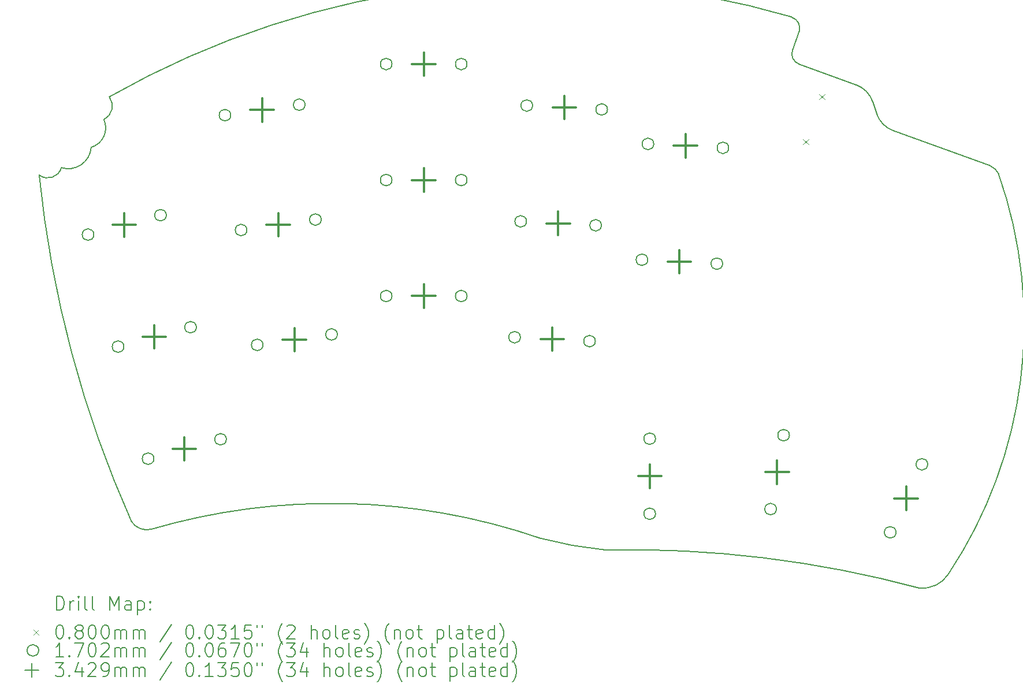
<source format=gbr>
%TF.GenerationSoftware,KiCad,Pcbnew,7.0.10*%
%TF.CreationDate,2024-03-18T13:53:39+01:00*%
%TF.ProjectId,chew_v1,63686577-5f76-4312-9e6b-696361645f70,rev?*%
%TF.SameCoordinates,Original*%
%TF.FileFunction,Drillmap*%
%TF.FilePolarity,Positive*%
%FSLAX45Y45*%
G04 Gerber Fmt 4.5, Leading zero omitted, Abs format (unit mm)*
G04 Created by KiCad (PCBNEW 7.0.10) date 2024-03-18 13:53:39*
%MOMM*%
%LPD*%
G01*
G04 APERTURE LIST*
%ADD10C,0.150000*%
%ADD11C,0.200000*%
%ADD12C,0.100000*%
%ADD13C,0.170180*%
%ADD14C,0.342900*%
G04 APERTURE END LIST*
D10*
X15504899Y-5923027D02*
G75*
G03*
X15397723Y-5726483I-154899J43027D01*
G01*
X5312275Y-7224654D02*
G75*
G03*
X5391575Y-6890467I-101551J200599D01*
G01*
X15504899Y-5923027D02*
X15404419Y-6209034D01*
X16581185Y-6963555D02*
X16638827Y-7136482D01*
X15404423Y-6209036D02*
G75*
G03*
X15500000Y-6410000I152307J-50774D01*
G01*
X4689725Y-7928054D02*
G75*
G03*
X5126176Y-7630017I100551J321343D01*
G01*
X17692528Y-13880975D02*
G75*
G03*
X18424349Y-8016206I-5506868J3665205D01*
G01*
X11706613Y-13359052D02*
G75*
G03*
X6004060Y-13228168I-3057297J-8910715D01*
G01*
X17263988Y-14090045D02*
G75*
G03*
X17692528Y-13880974I46902J447595D01*
G01*
X16881840Y-7385994D02*
X18307144Y-7903273D01*
X15500000Y-6410000D02*
X16338113Y-6714021D01*
X4364238Y-8036680D02*
G75*
G03*
X5717199Y-13115305I16449203J1662587D01*
G01*
X17263988Y-14090045D02*
G75*
G03*
X12656596Y-13530443I-4263988J-15859955D01*
G01*
X5717199Y-13115305D02*
G75*
G03*
X6004060Y-13228167I222801J145305D01*
G01*
X11706613Y-13359052D02*
G75*
G03*
X12656596Y-13530443I1493387J5559062D01*
G01*
X15399377Y-5720824D02*
G75*
G03*
X5391575Y-6890467I-3623836J-12393055D01*
G01*
X4364238Y-8036680D02*
G75*
G03*
X4689725Y-7928055I126015J164366D01*
G01*
X5126176Y-7630017D02*
G75*
G03*
X5313209Y-7226499I-83294J283712D01*
G01*
X16638826Y-7136482D02*
G75*
G03*
X16881840Y-7385994I379474J126493D01*
G01*
X16581186Y-6963555D02*
G75*
G03*
X16338113Y-6714021I-379476J-126495D01*
G01*
X18424349Y-8016206D02*
G75*
G03*
X18307144Y-7903273I-204349J-94794D01*
G01*
D11*
D12*
X15559965Y-7508136D02*
X15639965Y-7588136D01*
X15639965Y-7508136D02*
X15559965Y-7588136D01*
X15799379Y-6850351D02*
X15879379Y-6930351D01*
X15879379Y-6850351D02*
X15799379Y-6930351D01*
D13*
X5165135Y-8909380D02*
G75*
G03*
X4994955Y-8909380I-85090J0D01*
G01*
X4994955Y-8909380D02*
G75*
G03*
X5165135Y-8909380I85090J0D01*
G01*
X5605128Y-10551454D02*
G75*
G03*
X5434948Y-10551454I-85090J0D01*
G01*
X5434948Y-10551454D02*
G75*
G03*
X5605128Y-10551454I85090J0D01*
G01*
X6045120Y-12193528D02*
G75*
G03*
X5874940Y-12193528I-85090J0D01*
G01*
X5874940Y-12193528D02*
G75*
G03*
X6045120Y-12193528I85090J0D01*
G01*
X6227654Y-8624679D02*
G75*
G03*
X6057474Y-8624679I-85090J0D01*
G01*
X6057474Y-8624679D02*
G75*
G03*
X6227654Y-8624679I85090J0D01*
G01*
X6667646Y-10266753D02*
G75*
G03*
X6497466Y-10266753I-85090J0D01*
G01*
X6497466Y-10266753D02*
G75*
G03*
X6667646Y-10266753I85090J0D01*
G01*
X7107638Y-11908827D02*
G75*
G03*
X6937458Y-11908827I-85090J0D01*
G01*
X6937458Y-11908827D02*
G75*
G03*
X7107638Y-11908827I85090J0D01*
G01*
X7171736Y-7158831D02*
G75*
G03*
X7001556Y-7158831I-85090J0D01*
G01*
X7001556Y-7158831D02*
G75*
G03*
X7171736Y-7158831I85090J0D01*
G01*
X7408331Y-8842287D02*
G75*
G03*
X7238151Y-8842287I-85090J0D01*
G01*
X7238151Y-8842287D02*
G75*
G03*
X7408331Y-8842287I85090J0D01*
G01*
X7644925Y-10525743D02*
G75*
G03*
X7474745Y-10525743I-85090J0D01*
G01*
X7474745Y-10525743D02*
G75*
G03*
X7644925Y-10525743I85090J0D01*
G01*
X8261031Y-7005741D02*
G75*
G03*
X8090851Y-7005741I-85090J0D01*
G01*
X8090851Y-7005741D02*
G75*
G03*
X8261031Y-7005741I85090J0D01*
G01*
X8497625Y-8689197D02*
G75*
G03*
X8327445Y-8689197I-85090J0D01*
G01*
X8327445Y-8689197D02*
G75*
G03*
X8497625Y-8689197I85090J0D01*
G01*
X8734220Y-10372652D02*
G75*
G03*
X8564040Y-10372652I-85090J0D01*
G01*
X8564040Y-10372652D02*
G75*
G03*
X8734220Y-10372652I85090J0D01*
G01*
X9535090Y-6410000D02*
G75*
G03*
X9364910Y-6410000I-85090J0D01*
G01*
X9364910Y-6410000D02*
G75*
G03*
X9535090Y-6410000I85090J0D01*
G01*
X9535090Y-8110000D02*
G75*
G03*
X9364910Y-8110000I-85090J0D01*
G01*
X9364910Y-8110000D02*
G75*
G03*
X9535090Y-8110000I85090J0D01*
G01*
X9535090Y-9810000D02*
G75*
G03*
X9364910Y-9810000I-85090J0D01*
G01*
X9364910Y-9810000D02*
G75*
G03*
X9535090Y-9810000I85090J0D01*
G01*
X10635090Y-6410000D02*
G75*
G03*
X10464910Y-6410000I-85090J0D01*
G01*
X10464910Y-6410000D02*
G75*
G03*
X10635090Y-6410000I85090J0D01*
G01*
X10635090Y-8110000D02*
G75*
G03*
X10464910Y-8110000I-85090J0D01*
G01*
X10464910Y-8110000D02*
G75*
G03*
X10635090Y-8110000I85090J0D01*
G01*
X10635090Y-9810000D02*
G75*
G03*
X10464910Y-9810000I-85090J0D01*
G01*
X10464910Y-9810000D02*
G75*
G03*
X10635090Y-9810000I85090J0D01*
G01*
X11417446Y-10413238D02*
G75*
G03*
X11247266Y-10413238I-85090J0D01*
G01*
X11247266Y-10413238D02*
G75*
G03*
X11417446Y-10413238I85090J0D01*
G01*
X11506417Y-8715568D02*
G75*
G03*
X11336237Y-8715568I-85090J0D01*
G01*
X11336237Y-8715568D02*
G75*
G03*
X11506417Y-8715568I85090J0D01*
G01*
X11595388Y-7017898D02*
G75*
G03*
X11425208Y-7017898I-85090J0D01*
G01*
X11425208Y-7017898D02*
G75*
G03*
X11595388Y-7017898I85090J0D01*
G01*
X12515938Y-10470808D02*
G75*
G03*
X12345758Y-10470808I-85090J0D01*
G01*
X12345758Y-10470808D02*
G75*
G03*
X12515938Y-10470808I85090J0D01*
G01*
X12604909Y-8773138D02*
G75*
G03*
X12434729Y-8773138I-85090J0D01*
G01*
X12434729Y-8773138D02*
G75*
G03*
X12604909Y-8773138I85090J0D01*
G01*
X12693880Y-7075467D02*
G75*
G03*
X12523700Y-7075467I-85090J0D01*
G01*
X12523700Y-7075467D02*
G75*
G03*
X12693880Y-7075467I85090J0D01*
G01*
X13283062Y-9277915D02*
G75*
G03*
X13112882Y-9277915I-85090J0D01*
G01*
X13112882Y-9277915D02*
G75*
G03*
X13283062Y-9277915I85090J0D01*
G01*
X13372033Y-7580244D02*
G75*
G03*
X13201853Y-7580244I-85090J0D01*
G01*
X13201853Y-7580244D02*
G75*
G03*
X13372033Y-7580244I85090J0D01*
G01*
X13397721Y-11901091D02*
G75*
G03*
X13227541Y-11901091I-85090J0D01*
G01*
X13227541Y-11901091D02*
G75*
G03*
X13397721Y-11901091I85090J0D01*
G01*
X13397721Y-13001091D02*
G75*
G03*
X13227541Y-13001091I-85090J0D01*
G01*
X13227541Y-13001091D02*
G75*
G03*
X13397721Y-13001091I85090J0D01*
G01*
X14381554Y-9335484D02*
G75*
G03*
X14211374Y-9335484I-85090J0D01*
G01*
X14211374Y-9335484D02*
G75*
G03*
X14381554Y-9335484I85090J0D01*
G01*
X14470525Y-7637814D02*
G75*
G03*
X14300345Y-7637814I-85090J0D01*
G01*
X14300345Y-7637814D02*
G75*
G03*
X14470525Y-7637814I85090J0D01*
G01*
X15169305Y-12932633D02*
G75*
G03*
X14999125Y-12932633I-85090J0D01*
G01*
X14999125Y-12932633D02*
G75*
G03*
X15169305Y-12932633I85090J0D01*
G01*
X15360318Y-11849345D02*
G75*
G03*
X15190138Y-11849345I-85090J0D01*
G01*
X15190138Y-11849345D02*
G75*
G03*
X15360318Y-11849345I85090J0D01*
G01*
X16922372Y-13272814D02*
G75*
G03*
X16752192Y-13272814I-85090J0D01*
G01*
X16752192Y-13272814D02*
G75*
G03*
X16922372Y-13272814I85090J0D01*
G01*
X17387252Y-12275875D02*
G75*
G03*
X17217072Y-12275875I-85090J0D01*
G01*
X17217072Y-12275875D02*
G75*
G03*
X17387252Y-12275875I85090J0D01*
G01*
D14*
X5611304Y-8595580D02*
X5611304Y-8938480D01*
X5439854Y-8767030D02*
X5782754Y-8767030D01*
X5611304Y-8595580D02*
X5611304Y-8938480D01*
X5439854Y-8767030D02*
X5782754Y-8767030D01*
X6051297Y-10237654D02*
X6051297Y-10580554D01*
X5879847Y-10409104D02*
X6222747Y-10409104D01*
X6051297Y-10237654D02*
X6051297Y-10580554D01*
X5879847Y-10409104D02*
X6222747Y-10409104D01*
X6491289Y-11879728D02*
X6491289Y-12222628D01*
X6319839Y-12051178D02*
X6662739Y-12051178D01*
X6491289Y-11879728D02*
X6491289Y-12222628D01*
X6319839Y-12051178D02*
X6662739Y-12051178D01*
X7631294Y-6910836D02*
X7631294Y-7253736D01*
X7459844Y-7082286D02*
X7802744Y-7082286D01*
X7631294Y-6910836D02*
X7631294Y-7253736D01*
X7459844Y-7082286D02*
X7802744Y-7082286D01*
X7867888Y-8594292D02*
X7867888Y-8937192D01*
X7696438Y-8765742D02*
X8039338Y-8765742D01*
X7867888Y-8594292D02*
X7867888Y-8937192D01*
X7696438Y-8765742D02*
X8039338Y-8765742D01*
X8104482Y-10277748D02*
X8104482Y-10620648D01*
X7933032Y-10449198D02*
X8275932Y-10449198D01*
X8104482Y-10277748D02*
X8104482Y-10620648D01*
X7933032Y-10449198D02*
X8275932Y-10449198D01*
X10000000Y-6238550D02*
X10000000Y-6581450D01*
X9828550Y-6410000D02*
X10171450Y-6410000D01*
X10000000Y-6238550D02*
X10000000Y-6581450D01*
X9828550Y-6410000D02*
X10171450Y-6410000D01*
X10000000Y-7938550D02*
X10000000Y-8281450D01*
X9828550Y-8110000D02*
X10171450Y-8110000D01*
X10000000Y-7938550D02*
X10000000Y-8281450D01*
X9828550Y-8110000D02*
X10171450Y-8110000D01*
X10000000Y-9638550D02*
X10000000Y-9981450D01*
X9828550Y-9810000D02*
X10171450Y-9810000D01*
X10000000Y-9638550D02*
X10000000Y-9981450D01*
X9828550Y-9810000D02*
X10171450Y-9810000D01*
X11881602Y-10270573D02*
X11881602Y-10613473D01*
X11710152Y-10442023D02*
X12053052Y-10442023D01*
X11881602Y-10270573D02*
X11881602Y-10613473D01*
X11710152Y-10442023D02*
X12053052Y-10442023D01*
X11970573Y-8572903D02*
X11970573Y-8915803D01*
X11799123Y-8744353D02*
X12142023Y-8744353D01*
X11970573Y-8572903D02*
X11970573Y-8915803D01*
X11799123Y-8744353D02*
X12142023Y-8744353D01*
X12059544Y-6875233D02*
X12059544Y-7218133D01*
X11888094Y-7046683D02*
X12230994Y-7046683D01*
X12059544Y-6875233D02*
X12059544Y-7218133D01*
X11888094Y-7046683D02*
X12230994Y-7046683D01*
X13312631Y-12279641D02*
X13312631Y-12622541D01*
X13141181Y-12451091D02*
X13484081Y-12451091D01*
X13312631Y-12279641D02*
X13312631Y-12622541D01*
X13141181Y-12451091D02*
X13484081Y-12451091D01*
X13747218Y-9135249D02*
X13747218Y-9478149D01*
X13575768Y-9306699D02*
X13918668Y-9306699D01*
X13747218Y-9135249D02*
X13747218Y-9478149D01*
X13575768Y-9306699D02*
X13918668Y-9306699D01*
X13836189Y-7437579D02*
X13836189Y-7780479D01*
X13664739Y-7609029D02*
X14007639Y-7609029D01*
X13836189Y-7437579D02*
X13836189Y-7780479D01*
X13664739Y-7609029D02*
X14007639Y-7609029D01*
X15179722Y-12219539D02*
X15179722Y-12562439D01*
X15008272Y-12390989D02*
X15351172Y-12390989D01*
X15179722Y-12219539D02*
X15179722Y-12562439D01*
X15008272Y-12390989D02*
X15351172Y-12390989D01*
X17069722Y-12602895D02*
X17069722Y-12945795D01*
X16898272Y-12774345D02*
X17241172Y-12774345D01*
X17069722Y-12602895D02*
X17069722Y-12945795D01*
X16898272Y-12774345D02*
X17241172Y-12774345D01*
D11*
X4617515Y-14411480D02*
X4617515Y-14211480D01*
X4617515Y-14211480D02*
X4665134Y-14211480D01*
X4665134Y-14211480D02*
X4693705Y-14221004D01*
X4693705Y-14221004D02*
X4712753Y-14240051D01*
X4712753Y-14240051D02*
X4722277Y-14259099D01*
X4722277Y-14259099D02*
X4731800Y-14297194D01*
X4731800Y-14297194D02*
X4731800Y-14325765D01*
X4731800Y-14325765D02*
X4722277Y-14363861D01*
X4722277Y-14363861D02*
X4712753Y-14382908D01*
X4712753Y-14382908D02*
X4693705Y-14401956D01*
X4693705Y-14401956D02*
X4665134Y-14411480D01*
X4665134Y-14411480D02*
X4617515Y-14411480D01*
X4817515Y-14411480D02*
X4817515Y-14278146D01*
X4817515Y-14316242D02*
X4827039Y-14297194D01*
X4827039Y-14297194D02*
X4836562Y-14287670D01*
X4836562Y-14287670D02*
X4855610Y-14278146D01*
X4855610Y-14278146D02*
X4874658Y-14278146D01*
X4941324Y-14411480D02*
X4941324Y-14278146D01*
X4941324Y-14211480D02*
X4931800Y-14221004D01*
X4931800Y-14221004D02*
X4941324Y-14230527D01*
X4941324Y-14230527D02*
X4950848Y-14221004D01*
X4950848Y-14221004D02*
X4941324Y-14211480D01*
X4941324Y-14211480D02*
X4941324Y-14230527D01*
X5065134Y-14411480D02*
X5046086Y-14401956D01*
X5046086Y-14401956D02*
X5036562Y-14382908D01*
X5036562Y-14382908D02*
X5036562Y-14211480D01*
X5169896Y-14411480D02*
X5150848Y-14401956D01*
X5150848Y-14401956D02*
X5141324Y-14382908D01*
X5141324Y-14382908D02*
X5141324Y-14211480D01*
X5398467Y-14411480D02*
X5398467Y-14211480D01*
X5398467Y-14211480D02*
X5465134Y-14354337D01*
X5465134Y-14354337D02*
X5531800Y-14211480D01*
X5531800Y-14211480D02*
X5531800Y-14411480D01*
X5712753Y-14411480D02*
X5712753Y-14306718D01*
X5712753Y-14306718D02*
X5703229Y-14287670D01*
X5703229Y-14287670D02*
X5684181Y-14278146D01*
X5684181Y-14278146D02*
X5646086Y-14278146D01*
X5646086Y-14278146D02*
X5627038Y-14287670D01*
X5712753Y-14401956D02*
X5693705Y-14411480D01*
X5693705Y-14411480D02*
X5646086Y-14411480D01*
X5646086Y-14411480D02*
X5627038Y-14401956D01*
X5627038Y-14401956D02*
X5617515Y-14382908D01*
X5617515Y-14382908D02*
X5617515Y-14363861D01*
X5617515Y-14363861D02*
X5627038Y-14344813D01*
X5627038Y-14344813D02*
X5646086Y-14335289D01*
X5646086Y-14335289D02*
X5693705Y-14335289D01*
X5693705Y-14335289D02*
X5712753Y-14325765D01*
X5807991Y-14278146D02*
X5807991Y-14478146D01*
X5807991Y-14287670D02*
X5827038Y-14278146D01*
X5827038Y-14278146D02*
X5865134Y-14278146D01*
X5865134Y-14278146D02*
X5884181Y-14287670D01*
X5884181Y-14287670D02*
X5893705Y-14297194D01*
X5893705Y-14297194D02*
X5903229Y-14316242D01*
X5903229Y-14316242D02*
X5903229Y-14373384D01*
X5903229Y-14373384D02*
X5893705Y-14392432D01*
X5893705Y-14392432D02*
X5884181Y-14401956D01*
X5884181Y-14401956D02*
X5865134Y-14411480D01*
X5865134Y-14411480D02*
X5827038Y-14411480D01*
X5827038Y-14411480D02*
X5807991Y-14401956D01*
X5988943Y-14392432D02*
X5998467Y-14401956D01*
X5998467Y-14401956D02*
X5988943Y-14411480D01*
X5988943Y-14411480D02*
X5979419Y-14401956D01*
X5979419Y-14401956D02*
X5988943Y-14392432D01*
X5988943Y-14392432D02*
X5988943Y-14411480D01*
X5988943Y-14287670D02*
X5998467Y-14297194D01*
X5998467Y-14297194D02*
X5988943Y-14306718D01*
X5988943Y-14306718D02*
X5979419Y-14297194D01*
X5979419Y-14297194D02*
X5988943Y-14287670D01*
X5988943Y-14287670D02*
X5988943Y-14306718D01*
D12*
X4276738Y-14699996D02*
X4356738Y-14779996D01*
X4356738Y-14699996D02*
X4276738Y-14779996D01*
D11*
X4655610Y-14631480D02*
X4674658Y-14631480D01*
X4674658Y-14631480D02*
X4693705Y-14641004D01*
X4693705Y-14641004D02*
X4703229Y-14650527D01*
X4703229Y-14650527D02*
X4712753Y-14669575D01*
X4712753Y-14669575D02*
X4722277Y-14707670D01*
X4722277Y-14707670D02*
X4722277Y-14755289D01*
X4722277Y-14755289D02*
X4712753Y-14793384D01*
X4712753Y-14793384D02*
X4703229Y-14812432D01*
X4703229Y-14812432D02*
X4693705Y-14821956D01*
X4693705Y-14821956D02*
X4674658Y-14831480D01*
X4674658Y-14831480D02*
X4655610Y-14831480D01*
X4655610Y-14831480D02*
X4636562Y-14821956D01*
X4636562Y-14821956D02*
X4627039Y-14812432D01*
X4627039Y-14812432D02*
X4617515Y-14793384D01*
X4617515Y-14793384D02*
X4607991Y-14755289D01*
X4607991Y-14755289D02*
X4607991Y-14707670D01*
X4607991Y-14707670D02*
X4617515Y-14669575D01*
X4617515Y-14669575D02*
X4627039Y-14650527D01*
X4627039Y-14650527D02*
X4636562Y-14641004D01*
X4636562Y-14641004D02*
X4655610Y-14631480D01*
X4807991Y-14812432D02*
X4817515Y-14821956D01*
X4817515Y-14821956D02*
X4807991Y-14831480D01*
X4807991Y-14831480D02*
X4798467Y-14821956D01*
X4798467Y-14821956D02*
X4807991Y-14812432D01*
X4807991Y-14812432D02*
X4807991Y-14831480D01*
X4931800Y-14717194D02*
X4912753Y-14707670D01*
X4912753Y-14707670D02*
X4903229Y-14698146D01*
X4903229Y-14698146D02*
X4893705Y-14679099D01*
X4893705Y-14679099D02*
X4893705Y-14669575D01*
X4893705Y-14669575D02*
X4903229Y-14650527D01*
X4903229Y-14650527D02*
X4912753Y-14641004D01*
X4912753Y-14641004D02*
X4931800Y-14631480D01*
X4931800Y-14631480D02*
X4969896Y-14631480D01*
X4969896Y-14631480D02*
X4988943Y-14641004D01*
X4988943Y-14641004D02*
X4998467Y-14650527D01*
X4998467Y-14650527D02*
X5007991Y-14669575D01*
X5007991Y-14669575D02*
X5007991Y-14679099D01*
X5007991Y-14679099D02*
X4998467Y-14698146D01*
X4998467Y-14698146D02*
X4988943Y-14707670D01*
X4988943Y-14707670D02*
X4969896Y-14717194D01*
X4969896Y-14717194D02*
X4931800Y-14717194D01*
X4931800Y-14717194D02*
X4912753Y-14726718D01*
X4912753Y-14726718D02*
X4903229Y-14736242D01*
X4903229Y-14736242D02*
X4893705Y-14755289D01*
X4893705Y-14755289D02*
X4893705Y-14793384D01*
X4893705Y-14793384D02*
X4903229Y-14812432D01*
X4903229Y-14812432D02*
X4912753Y-14821956D01*
X4912753Y-14821956D02*
X4931800Y-14831480D01*
X4931800Y-14831480D02*
X4969896Y-14831480D01*
X4969896Y-14831480D02*
X4988943Y-14821956D01*
X4988943Y-14821956D02*
X4998467Y-14812432D01*
X4998467Y-14812432D02*
X5007991Y-14793384D01*
X5007991Y-14793384D02*
X5007991Y-14755289D01*
X5007991Y-14755289D02*
X4998467Y-14736242D01*
X4998467Y-14736242D02*
X4988943Y-14726718D01*
X4988943Y-14726718D02*
X4969896Y-14717194D01*
X5131800Y-14631480D02*
X5150848Y-14631480D01*
X5150848Y-14631480D02*
X5169896Y-14641004D01*
X5169896Y-14641004D02*
X5179420Y-14650527D01*
X5179420Y-14650527D02*
X5188943Y-14669575D01*
X5188943Y-14669575D02*
X5198467Y-14707670D01*
X5198467Y-14707670D02*
X5198467Y-14755289D01*
X5198467Y-14755289D02*
X5188943Y-14793384D01*
X5188943Y-14793384D02*
X5179420Y-14812432D01*
X5179420Y-14812432D02*
X5169896Y-14821956D01*
X5169896Y-14821956D02*
X5150848Y-14831480D01*
X5150848Y-14831480D02*
X5131800Y-14831480D01*
X5131800Y-14831480D02*
X5112753Y-14821956D01*
X5112753Y-14821956D02*
X5103229Y-14812432D01*
X5103229Y-14812432D02*
X5093705Y-14793384D01*
X5093705Y-14793384D02*
X5084181Y-14755289D01*
X5084181Y-14755289D02*
X5084181Y-14707670D01*
X5084181Y-14707670D02*
X5093705Y-14669575D01*
X5093705Y-14669575D02*
X5103229Y-14650527D01*
X5103229Y-14650527D02*
X5112753Y-14641004D01*
X5112753Y-14641004D02*
X5131800Y-14631480D01*
X5322277Y-14631480D02*
X5341324Y-14631480D01*
X5341324Y-14631480D02*
X5360372Y-14641004D01*
X5360372Y-14641004D02*
X5369896Y-14650527D01*
X5369896Y-14650527D02*
X5379420Y-14669575D01*
X5379420Y-14669575D02*
X5388943Y-14707670D01*
X5388943Y-14707670D02*
X5388943Y-14755289D01*
X5388943Y-14755289D02*
X5379420Y-14793384D01*
X5379420Y-14793384D02*
X5369896Y-14812432D01*
X5369896Y-14812432D02*
X5360372Y-14821956D01*
X5360372Y-14821956D02*
X5341324Y-14831480D01*
X5341324Y-14831480D02*
X5322277Y-14831480D01*
X5322277Y-14831480D02*
X5303229Y-14821956D01*
X5303229Y-14821956D02*
X5293705Y-14812432D01*
X5293705Y-14812432D02*
X5284181Y-14793384D01*
X5284181Y-14793384D02*
X5274658Y-14755289D01*
X5274658Y-14755289D02*
X5274658Y-14707670D01*
X5274658Y-14707670D02*
X5284181Y-14669575D01*
X5284181Y-14669575D02*
X5293705Y-14650527D01*
X5293705Y-14650527D02*
X5303229Y-14641004D01*
X5303229Y-14641004D02*
X5322277Y-14631480D01*
X5474658Y-14831480D02*
X5474658Y-14698146D01*
X5474658Y-14717194D02*
X5484181Y-14707670D01*
X5484181Y-14707670D02*
X5503229Y-14698146D01*
X5503229Y-14698146D02*
X5531801Y-14698146D01*
X5531801Y-14698146D02*
X5550848Y-14707670D01*
X5550848Y-14707670D02*
X5560372Y-14726718D01*
X5560372Y-14726718D02*
X5560372Y-14831480D01*
X5560372Y-14726718D02*
X5569896Y-14707670D01*
X5569896Y-14707670D02*
X5588943Y-14698146D01*
X5588943Y-14698146D02*
X5617515Y-14698146D01*
X5617515Y-14698146D02*
X5636562Y-14707670D01*
X5636562Y-14707670D02*
X5646086Y-14726718D01*
X5646086Y-14726718D02*
X5646086Y-14831480D01*
X5741324Y-14831480D02*
X5741324Y-14698146D01*
X5741324Y-14717194D02*
X5750848Y-14707670D01*
X5750848Y-14707670D02*
X5769896Y-14698146D01*
X5769896Y-14698146D02*
X5798467Y-14698146D01*
X5798467Y-14698146D02*
X5817515Y-14707670D01*
X5817515Y-14707670D02*
X5827039Y-14726718D01*
X5827039Y-14726718D02*
X5827039Y-14831480D01*
X5827039Y-14726718D02*
X5836562Y-14707670D01*
X5836562Y-14707670D02*
X5855610Y-14698146D01*
X5855610Y-14698146D02*
X5884181Y-14698146D01*
X5884181Y-14698146D02*
X5903229Y-14707670D01*
X5903229Y-14707670D02*
X5912753Y-14726718D01*
X5912753Y-14726718D02*
X5912753Y-14831480D01*
X6303229Y-14621956D02*
X6131801Y-14879099D01*
X6560372Y-14631480D02*
X6579420Y-14631480D01*
X6579420Y-14631480D02*
X6598467Y-14641004D01*
X6598467Y-14641004D02*
X6607991Y-14650527D01*
X6607991Y-14650527D02*
X6617515Y-14669575D01*
X6617515Y-14669575D02*
X6627039Y-14707670D01*
X6627039Y-14707670D02*
X6627039Y-14755289D01*
X6627039Y-14755289D02*
X6617515Y-14793384D01*
X6617515Y-14793384D02*
X6607991Y-14812432D01*
X6607991Y-14812432D02*
X6598467Y-14821956D01*
X6598467Y-14821956D02*
X6579420Y-14831480D01*
X6579420Y-14831480D02*
X6560372Y-14831480D01*
X6560372Y-14831480D02*
X6541324Y-14821956D01*
X6541324Y-14821956D02*
X6531801Y-14812432D01*
X6531801Y-14812432D02*
X6522277Y-14793384D01*
X6522277Y-14793384D02*
X6512753Y-14755289D01*
X6512753Y-14755289D02*
X6512753Y-14707670D01*
X6512753Y-14707670D02*
X6522277Y-14669575D01*
X6522277Y-14669575D02*
X6531801Y-14650527D01*
X6531801Y-14650527D02*
X6541324Y-14641004D01*
X6541324Y-14641004D02*
X6560372Y-14631480D01*
X6712753Y-14812432D02*
X6722277Y-14821956D01*
X6722277Y-14821956D02*
X6712753Y-14831480D01*
X6712753Y-14831480D02*
X6703229Y-14821956D01*
X6703229Y-14821956D02*
X6712753Y-14812432D01*
X6712753Y-14812432D02*
X6712753Y-14831480D01*
X6846086Y-14631480D02*
X6865134Y-14631480D01*
X6865134Y-14631480D02*
X6884182Y-14641004D01*
X6884182Y-14641004D02*
X6893705Y-14650527D01*
X6893705Y-14650527D02*
X6903229Y-14669575D01*
X6903229Y-14669575D02*
X6912753Y-14707670D01*
X6912753Y-14707670D02*
X6912753Y-14755289D01*
X6912753Y-14755289D02*
X6903229Y-14793384D01*
X6903229Y-14793384D02*
X6893705Y-14812432D01*
X6893705Y-14812432D02*
X6884182Y-14821956D01*
X6884182Y-14821956D02*
X6865134Y-14831480D01*
X6865134Y-14831480D02*
X6846086Y-14831480D01*
X6846086Y-14831480D02*
X6827039Y-14821956D01*
X6827039Y-14821956D02*
X6817515Y-14812432D01*
X6817515Y-14812432D02*
X6807991Y-14793384D01*
X6807991Y-14793384D02*
X6798467Y-14755289D01*
X6798467Y-14755289D02*
X6798467Y-14707670D01*
X6798467Y-14707670D02*
X6807991Y-14669575D01*
X6807991Y-14669575D02*
X6817515Y-14650527D01*
X6817515Y-14650527D02*
X6827039Y-14641004D01*
X6827039Y-14641004D02*
X6846086Y-14631480D01*
X6979420Y-14631480D02*
X7103229Y-14631480D01*
X7103229Y-14631480D02*
X7036562Y-14707670D01*
X7036562Y-14707670D02*
X7065134Y-14707670D01*
X7065134Y-14707670D02*
X7084182Y-14717194D01*
X7084182Y-14717194D02*
X7093705Y-14726718D01*
X7093705Y-14726718D02*
X7103229Y-14745765D01*
X7103229Y-14745765D02*
X7103229Y-14793384D01*
X7103229Y-14793384D02*
X7093705Y-14812432D01*
X7093705Y-14812432D02*
X7084182Y-14821956D01*
X7084182Y-14821956D02*
X7065134Y-14831480D01*
X7065134Y-14831480D02*
X7007991Y-14831480D01*
X7007991Y-14831480D02*
X6988943Y-14821956D01*
X6988943Y-14821956D02*
X6979420Y-14812432D01*
X7293705Y-14831480D02*
X7179420Y-14831480D01*
X7236562Y-14831480D02*
X7236562Y-14631480D01*
X7236562Y-14631480D02*
X7217515Y-14660051D01*
X7217515Y-14660051D02*
X7198467Y-14679099D01*
X7198467Y-14679099D02*
X7179420Y-14688623D01*
X7474658Y-14631480D02*
X7379420Y-14631480D01*
X7379420Y-14631480D02*
X7369896Y-14726718D01*
X7369896Y-14726718D02*
X7379420Y-14717194D01*
X7379420Y-14717194D02*
X7398467Y-14707670D01*
X7398467Y-14707670D02*
X7446086Y-14707670D01*
X7446086Y-14707670D02*
X7465134Y-14717194D01*
X7465134Y-14717194D02*
X7474658Y-14726718D01*
X7474658Y-14726718D02*
X7484182Y-14745765D01*
X7484182Y-14745765D02*
X7484182Y-14793384D01*
X7484182Y-14793384D02*
X7474658Y-14812432D01*
X7474658Y-14812432D02*
X7465134Y-14821956D01*
X7465134Y-14821956D02*
X7446086Y-14831480D01*
X7446086Y-14831480D02*
X7398467Y-14831480D01*
X7398467Y-14831480D02*
X7379420Y-14821956D01*
X7379420Y-14821956D02*
X7369896Y-14812432D01*
X7560372Y-14631480D02*
X7560372Y-14669575D01*
X7636563Y-14631480D02*
X7636563Y-14669575D01*
X7931801Y-14907670D02*
X7922277Y-14898146D01*
X7922277Y-14898146D02*
X7903229Y-14869575D01*
X7903229Y-14869575D02*
X7893705Y-14850527D01*
X7893705Y-14850527D02*
X7884182Y-14821956D01*
X7884182Y-14821956D02*
X7874658Y-14774337D01*
X7874658Y-14774337D02*
X7874658Y-14736242D01*
X7874658Y-14736242D02*
X7884182Y-14688623D01*
X7884182Y-14688623D02*
X7893705Y-14660051D01*
X7893705Y-14660051D02*
X7903229Y-14641004D01*
X7903229Y-14641004D02*
X7922277Y-14612432D01*
X7922277Y-14612432D02*
X7931801Y-14602908D01*
X7998467Y-14650527D02*
X8007991Y-14641004D01*
X8007991Y-14641004D02*
X8027039Y-14631480D01*
X8027039Y-14631480D02*
X8074658Y-14631480D01*
X8074658Y-14631480D02*
X8093705Y-14641004D01*
X8093705Y-14641004D02*
X8103229Y-14650527D01*
X8103229Y-14650527D02*
X8112753Y-14669575D01*
X8112753Y-14669575D02*
X8112753Y-14688623D01*
X8112753Y-14688623D02*
X8103229Y-14717194D01*
X8103229Y-14717194D02*
X7988944Y-14831480D01*
X7988944Y-14831480D02*
X8112753Y-14831480D01*
X8350848Y-14831480D02*
X8350848Y-14631480D01*
X8436563Y-14831480D02*
X8436563Y-14726718D01*
X8436563Y-14726718D02*
X8427039Y-14707670D01*
X8427039Y-14707670D02*
X8407991Y-14698146D01*
X8407991Y-14698146D02*
X8379420Y-14698146D01*
X8379420Y-14698146D02*
X8360372Y-14707670D01*
X8360372Y-14707670D02*
X8350848Y-14717194D01*
X8560372Y-14831480D02*
X8541325Y-14821956D01*
X8541325Y-14821956D02*
X8531801Y-14812432D01*
X8531801Y-14812432D02*
X8522277Y-14793384D01*
X8522277Y-14793384D02*
X8522277Y-14736242D01*
X8522277Y-14736242D02*
X8531801Y-14717194D01*
X8531801Y-14717194D02*
X8541325Y-14707670D01*
X8541325Y-14707670D02*
X8560372Y-14698146D01*
X8560372Y-14698146D02*
X8588944Y-14698146D01*
X8588944Y-14698146D02*
X8607991Y-14707670D01*
X8607991Y-14707670D02*
X8617515Y-14717194D01*
X8617515Y-14717194D02*
X8627039Y-14736242D01*
X8627039Y-14736242D02*
X8627039Y-14793384D01*
X8627039Y-14793384D02*
X8617515Y-14812432D01*
X8617515Y-14812432D02*
X8607991Y-14821956D01*
X8607991Y-14821956D02*
X8588944Y-14831480D01*
X8588944Y-14831480D02*
X8560372Y-14831480D01*
X8741325Y-14831480D02*
X8722277Y-14821956D01*
X8722277Y-14821956D02*
X8712753Y-14802908D01*
X8712753Y-14802908D02*
X8712753Y-14631480D01*
X8893706Y-14821956D02*
X8874658Y-14831480D01*
X8874658Y-14831480D02*
X8836563Y-14831480D01*
X8836563Y-14831480D02*
X8817515Y-14821956D01*
X8817515Y-14821956D02*
X8807991Y-14802908D01*
X8807991Y-14802908D02*
X8807991Y-14726718D01*
X8807991Y-14726718D02*
X8817515Y-14707670D01*
X8817515Y-14707670D02*
X8836563Y-14698146D01*
X8836563Y-14698146D02*
X8874658Y-14698146D01*
X8874658Y-14698146D02*
X8893706Y-14707670D01*
X8893706Y-14707670D02*
X8903229Y-14726718D01*
X8903229Y-14726718D02*
X8903229Y-14745765D01*
X8903229Y-14745765D02*
X8807991Y-14764813D01*
X8979420Y-14821956D02*
X8998468Y-14831480D01*
X8998468Y-14831480D02*
X9036563Y-14831480D01*
X9036563Y-14831480D02*
X9055610Y-14821956D01*
X9055610Y-14821956D02*
X9065134Y-14802908D01*
X9065134Y-14802908D02*
X9065134Y-14793384D01*
X9065134Y-14793384D02*
X9055610Y-14774337D01*
X9055610Y-14774337D02*
X9036563Y-14764813D01*
X9036563Y-14764813D02*
X9007991Y-14764813D01*
X9007991Y-14764813D02*
X8988944Y-14755289D01*
X8988944Y-14755289D02*
X8979420Y-14736242D01*
X8979420Y-14736242D02*
X8979420Y-14726718D01*
X8979420Y-14726718D02*
X8988944Y-14707670D01*
X8988944Y-14707670D02*
X9007991Y-14698146D01*
X9007991Y-14698146D02*
X9036563Y-14698146D01*
X9036563Y-14698146D02*
X9055610Y-14707670D01*
X9131801Y-14907670D02*
X9141325Y-14898146D01*
X9141325Y-14898146D02*
X9160372Y-14869575D01*
X9160372Y-14869575D02*
X9169896Y-14850527D01*
X9169896Y-14850527D02*
X9179420Y-14821956D01*
X9179420Y-14821956D02*
X9188944Y-14774337D01*
X9188944Y-14774337D02*
X9188944Y-14736242D01*
X9188944Y-14736242D02*
X9179420Y-14688623D01*
X9179420Y-14688623D02*
X9169896Y-14660051D01*
X9169896Y-14660051D02*
X9160372Y-14641004D01*
X9160372Y-14641004D02*
X9141325Y-14612432D01*
X9141325Y-14612432D02*
X9131801Y-14602908D01*
X9493706Y-14907670D02*
X9484182Y-14898146D01*
X9484182Y-14898146D02*
X9465134Y-14869575D01*
X9465134Y-14869575D02*
X9455610Y-14850527D01*
X9455610Y-14850527D02*
X9446087Y-14821956D01*
X9446087Y-14821956D02*
X9436563Y-14774337D01*
X9436563Y-14774337D02*
X9436563Y-14736242D01*
X9436563Y-14736242D02*
X9446087Y-14688623D01*
X9446087Y-14688623D02*
X9455610Y-14660051D01*
X9455610Y-14660051D02*
X9465134Y-14641004D01*
X9465134Y-14641004D02*
X9484182Y-14612432D01*
X9484182Y-14612432D02*
X9493706Y-14602908D01*
X9569896Y-14698146D02*
X9569896Y-14831480D01*
X9569896Y-14717194D02*
X9579420Y-14707670D01*
X9579420Y-14707670D02*
X9598468Y-14698146D01*
X9598468Y-14698146D02*
X9627039Y-14698146D01*
X9627039Y-14698146D02*
X9646087Y-14707670D01*
X9646087Y-14707670D02*
X9655610Y-14726718D01*
X9655610Y-14726718D02*
X9655610Y-14831480D01*
X9779420Y-14831480D02*
X9760372Y-14821956D01*
X9760372Y-14821956D02*
X9750849Y-14812432D01*
X9750849Y-14812432D02*
X9741325Y-14793384D01*
X9741325Y-14793384D02*
X9741325Y-14736242D01*
X9741325Y-14736242D02*
X9750849Y-14717194D01*
X9750849Y-14717194D02*
X9760372Y-14707670D01*
X9760372Y-14707670D02*
X9779420Y-14698146D01*
X9779420Y-14698146D02*
X9807991Y-14698146D01*
X9807991Y-14698146D02*
X9827039Y-14707670D01*
X9827039Y-14707670D02*
X9836563Y-14717194D01*
X9836563Y-14717194D02*
X9846087Y-14736242D01*
X9846087Y-14736242D02*
X9846087Y-14793384D01*
X9846087Y-14793384D02*
X9836563Y-14812432D01*
X9836563Y-14812432D02*
X9827039Y-14821956D01*
X9827039Y-14821956D02*
X9807991Y-14831480D01*
X9807991Y-14831480D02*
X9779420Y-14831480D01*
X9903230Y-14698146D02*
X9979420Y-14698146D01*
X9931801Y-14631480D02*
X9931801Y-14802908D01*
X9931801Y-14802908D02*
X9941325Y-14821956D01*
X9941325Y-14821956D02*
X9960372Y-14831480D01*
X9960372Y-14831480D02*
X9979420Y-14831480D01*
X10198468Y-14698146D02*
X10198468Y-14898146D01*
X10198468Y-14707670D02*
X10217515Y-14698146D01*
X10217515Y-14698146D02*
X10255611Y-14698146D01*
X10255611Y-14698146D02*
X10274658Y-14707670D01*
X10274658Y-14707670D02*
X10284182Y-14717194D01*
X10284182Y-14717194D02*
X10293706Y-14736242D01*
X10293706Y-14736242D02*
X10293706Y-14793384D01*
X10293706Y-14793384D02*
X10284182Y-14812432D01*
X10284182Y-14812432D02*
X10274658Y-14821956D01*
X10274658Y-14821956D02*
X10255611Y-14831480D01*
X10255611Y-14831480D02*
X10217515Y-14831480D01*
X10217515Y-14831480D02*
X10198468Y-14821956D01*
X10407991Y-14831480D02*
X10388944Y-14821956D01*
X10388944Y-14821956D02*
X10379420Y-14802908D01*
X10379420Y-14802908D02*
X10379420Y-14631480D01*
X10569896Y-14831480D02*
X10569896Y-14726718D01*
X10569896Y-14726718D02*
X10560372Y-14707670D01*
X10560372Y-14707670D02*
X10541325Y-14698146D01*
X10541325Y-14698146D02*
X10503230Y-14698146D01*
X10503230Y-14698146D02*
X10484182Y-14707670D01*
X10569896Y-14821956D02*
X10550849Y-14831480D01*
X10550849Y-14831480D02*
X10503230Y-14831480D01*
X10503230Y-14831480D02*
X10484182Y-14821956D01*
X10484182Y-14821956D02*
X10474658Y-14802908D01*
X10474658Y-14802908D02*
X10474658Y-14783861D01*
X10474658Y-14783861D02*
X10484182Y-14764813D01*
X10484182Y-14764813D02*
X10503230Y-14755289D01*
X10503230Y-14755289D02*
X10550849Y-14755289D01*
X10550849Y-14755289D02*
X10569896Y-14745765D01*
X10636563Y-14698146D02*
X10712753Y-14698146D01*
X10665134Y-14631480D02*
X10665134Y-14802908D01*
X10665134Y-14802908D02*
X10674658Y-14821956D01*
X10674658Y-14821956D02*
X10693706Y-14831480D01*
X10693706Y-14831480D02*
X10712753Y-14831480D01*
X10855611Y-14821956D02*
X10836563Y-14831480D01*
X10836563Y-14831480D02*
X10798468Y-14831480D01*
X10798468Y-14831480D02*
X10779420Y-14821956D01*
X10779420Y-14821956D02*
X10769896Y-14802908D01*
X10769896Y-14802908D02*
X10769896Y-14726718D01*
X10769896Y-14726718D02*
X10779420Y-14707670D01*
X10779420Y-14707670D02*
X10798468Y-14698146D01*
X10798468Y-14698146D02*
X10836563Y-14698146D01*
X10836563Y-14698146D02*
X10855611Y-14707670D01*
X10855611Y-14707670D02*
X10865134Y-14726718D01*
X10865134Y-14726718D02*
X10865134Y-14745765D01*
X10865134Y-14745765D02*
X10769896Y-14764813D01*
X11036563Y-14831480D02*
X11036563Y-14631480D01*
X11036563Y-14821956D02*
X11017515Y-14831480D01*
X11017515Y-14831480D02*
X10979420Y-14831480D01*
X10979420Y-14831480D02*
X10960372Y-14821956D01*
X10960372Y-14821956D02*
X10950849Y-14812432D01*
X10950849Y-14812432D02*
X10941325Y-14793384D01*
X10941325Y-14793384D02*
X10941325Y-14736242D01*
X10941325Y-14736242D02*
X10950849Y-14717194D01*
X10950849Y-14717194D02*
X10960372Y-14707670D01*
X10960372Y-14707670D02*
X10979420Y-14698146D01*
X10979420Y-14698146D02*
X11017515Y-14698146D01*
X11017515Y-14698146D02*
X11036563Y-14707670D01*
X11112753Y-14907670D02*
X11122277Y-14898146D01*
X11122277Y-14898146D02*
X11141325Y-14869575D01*
X11141325Y-14869575D02*
X11150849Y-14850527D01*
X11150849Y-14850527D02*
X11160372Y-14821956D01*
X11160372Y-14821956D02*
X11169896Y-14774337D01*
X11169896Y-14774337D02*
X11169896Y-14736242D01*
X11169896Y-14736242D02*
X11160372Y-14688623D01*
X11160372Y-14688623D02*
X11150849Y-14660051D01*
X11150849Y-14660051D02*
X11141325Y-14641004D01*
X11141325Y-14641004D02*
X11122277Y-14612432D01*
X11122277Y-14612432D02*
X11112753Y-14602908D01*
D13*
X4356738Y-15003996D02*
G75*
G03*
X4186558Y-15003996I-85090J0D01*
G01*
X4186558Y-15003996D02*
G75*
G03*
X4356738Y-15003996I85090J0D01*
G01*
D11*
X4722277Y-15095480D02*
X4607991Y-15095480D01*
X4665134Y-15095480D02*
X4665134Y-14895480D01*
X4665134Y-14895480D02*
X4646086Y-14924051D01*
X4646086Y-14924051D02*
X4627039Y-14943099D01*
X4627039Y-14943099D02*
X4607991Y-14952623D01*
X4807991Y-15076432D02*
X4817515Y-15085956D01*
X4817515Y-15085956D02*
X4807991Y-15095480D01*
X4807991Y-15095480D02*
X4798467Y-15085956D01*
X4798467Y-15085956D02*
X4807991Y-15076432D01*
X4807991Y-15076432D02*
X4807991Y-15095480D01*
X4884181Y-14895480D02*
X5017515Y-14895480D01*
X5017515Y-14895480D02*
X4931800Y-15095480D01*
X5131800Y-14895480D02*
X5150848Y-14895480D01*
X5150848Y-14895480D02*
X5169896Y-14905004D01*
X5169896Y-14905004D02*
X5179420Y-14914527D01*
X5179420Y-14914527D02*
X5188943Y-14933575D01*
X5188943Y-14933575D02*
X5198467Y-14971670D01*
X5198467Y-14971670D02*
X5198467Y-15019289D01*
X5198467Y-15019289D02*
X5188943Y-15057384D01*
X5188943Y-15057384D02*
X5179420Y-15076432D01*
X5179420Y-15076432D02*
X5169896Y-15085956D01*
X5169896Y-15085956D02*
X5150848Y-15095480D01*
X5150848Y-15095480D02*
X5131800Y-15095480D01*
X5131800Y-15095480D02*
X5112753Y-15085956D01*
X5112753Y-15085956D02*
X5103229Y-15076432D01*
X5103229Y-15076432D02*
X5093705Y-15057384D01*
X5093705Y-15057384D02*
X5084181Y-15019289D01*
X5084181Y-15019289D02*
X5084181Y-14971670D01*
X5084181Y-14971670D02*
X5093705Y-14933575D01*
X5093705Y-14933575D02*
X5103229Y-14914527D01*
X5103229Y-14914527D02*
X5112753Y-14905004D01*
X5112753Y-14905004D02*
X5131800Y-14895480D01*
X5274658Y-14914527D02*
X5284181Y-14905004D01*
X5284181Y-14905004D02*
X5303229Y-14895480D01*
X5303229Y-14895480D02*
X5350848Y-14895480D01*
X5350848Y-14895480D02*
X5369896Y-14905004D01*
X5369896Y-14905004D02*
X5379420Y-14914527D01*
X5379420Y-14914527D02*
X5388943Y-14933575D01*
X5388943Y-14933575D02*
X5388943Y-14952623D01*
X5388943Y-14952623D02*
X5379420Y-14981194D01*
X5379420Y-14981194D02*
X5265134Y-15095480D01*
X5265134Y-15095480D02*
X5388943Y-15095480D01*
X5474658Y-15095480D02*
X5474658Y-14962146D01*
X5474658Y-14981194D02*
X5484181Y-14971670D01*
X5484181Y-14971670D02*
X5503229Y-14962146D01*
X5503229Y-14962146D02*
X5531801Y-14962146D01*
X5531801Y-14962146D02*
X5550848Y-14971670D01*
X5550848Y-14971670D02*
X5560372Y-14990718D01*
X5560372Y-14990718D02*
X5560372Y-15095480D01*
X5560372Y-14990718D02*
X5569896Y-14971670D01*
X5569896Y-14971670D02*
X5588943Y-14962146D01*
X5588943Y-14962146D02*
X5617515Y-14962146D01*
X5617515Y-14962146D02*
X5636562Y-14971670D01*
X5636562Y-14971670D02*
X5646086Y-14990718D01*
X5646086Y-14990718D02*
X5646086Y-15095480D01*
X5741324Y-15095480D02*
X5741324Y-14962146D01*
X5741324Y-14981194D02*
X5750848Y-14971670D01*
X5750848Y-14971670D02*
X5769896Y-14962146D01*
X5769896Y-14962146D02*
X5798467Y-14962146D01*
X5798467Y-14962146D02*
X5817515Y-14971670D01*
X5817515Y-14971670D02*
X5827039Y-14990718D01*
X5827039Y-14990718D02*
X5827039Y-15095480D01*
X5827039Y-14990718D02*
X5836562Y-14971670D01*
X5836562Y-14971670D02*
X5855610Y-14962146D01*
X5855610Y-14962146D02*
X5884181Y-14962146D01*
X5884181Y-14962146D02*
X5903229Y-14971670D01*
X5903229Y-14971670D02*
X5912753Y-14990718D01*
X5912753Y-14990718D02*
X5912753Y-15095480D01*
X6303229Y-14885956D02*
X6131801Y-15143099D01*
X6560372Y-14895480D02*
X6579420Y-14895480D01*
X6579420Y-14895480D02*
X6598467Y-14905004D01*
X6598467Y-14905004D02*
X6607991Y-14914527D01*
X6607991Y-14914527D02*
X6617515Y-14933575D01*
X6617515Y-14933575D02*
X6627039Y-14971670D01*
X6627039Y-14971670D02*
X6627039Y-15019289D01*
X6627039Y-15019289D02*
X6617515Y-15057384D01*
X6617515Y-15057384D02*
X6607991Y-15076432D01*
X6607991Y-15076432D02*
X6598467Y-15085956D01*
X6598467Y-15085956D02*
X6579420Y-15095480D01*
X6579420Y-15095480D02*
X6560372Y-15095480D01*
X6560372Y-15095480D02*
X6541324Y-15085956D01*
X6541324Y-15085956D02*
X6531801Y-15076432D01*
X6531801Y-15076432D02*
X6522277Y-15057384D01*
X6522277Y-15057384D02*
X6512753Y-15019289D01*
X6512753Y-15019289D02*
X6512753Y-14971670D01*
X6512753Y-14971670D02*
X6522277Y-14933575D01*
X6522277Y-14933575D02*
X6531801Y-14914527D01*
X6531801Y-14914527D02*
X6541324Y-14905004D01*
X6541324Y-14905004D02*
X6560372Y-14895480D01*
X6712753Y-15076432D02*
X6722277Y-15085956D01*
X6722277Y-15085956D02*
X6712753Y-15095480D01*
X6712753Y-15095480D02*
X6703229Y-15085956D01*
X6703229Y-15085956D02*
X6712753Y-15076432D01*
X6712753Y-15076432D02*
X6712753Y-15095480D01*
X6846086Y-14895480D02*
X6865134Y-14895480D01*
X6865134Y-14895480D02*
X6884182Y-14905004D01*
X6884182Y-14905004D02*
X6893705Y-14914527D01*
X6893705Y-14914527D02*
X6903229Y-14933575D01*
X6903229Y-14933575D02*
X6912753Y-14971670D01*
X6912753Y-14971670D02*
X6912753Y-15019289D01*
X6912753Y-15019289D02*
X6903229Y-15057384D01*
X6903229Y-15057384D02*
X6893705Y-15076432D01*
X6893705Y-15076432D02*
X6884182Y-15085956D01*
X6884182Y-15085956D02*
X6865134Y-15095480D01*
X6865134Y-15095480D02*
X6846086Y-15095480D01*
X6846086Y-15095480D02*
X6827039Y-15085956D01*
X6827039Y-15085956D02*
X6817515Y-15076432D01*
X6817515Y-15076432D02*
X6807991Y-15057384D01*
X6807991Y-15057384D02*
X6798467Y-15019289D01*
X6798467Y-15019289D02*
X6798467Y-14971670D01*
X6798467Y-14971670D02*
X6807991Y-14933575D01*
X6807991Y-14933575D02*
X6817515Y-14914527D01*
X6817515Y-14914527D02*
X6827039Y-14905004D01*
X6827039Y-14905004D02*
X6846086Y-14895480D01*
X7084182Y-14895480D02*
X7046086Y-14895480D01*
X7046086Y-14895480D02*
X7027039Y-14905004D01*
X7027039Y-14905004D02*
X7017515Y-14914527D01*
X7017515Y-14914527D02*
X6998467Y-14943099D01*
X6998467Y-14943099D02*
X6988943Y-14981194D01*
X6988943Y-14981194D02*
X6988943Y-15057384D01*
X6988943Y-15057384D02*
X6998467Y-15076432D01*
X6998467Y-15076432D02*
X7007991Y-15085956D01*
X7007991Y-15085956D02*
X7027039Y-15095480D01*
X7027039Y-15095480D02*
X7065134Y-15095480D01*
X7065134Y-15095480D02*
X7084182Y-15085956D01*
X7084182Y-15085956D02*
X7093705Y-15076432D01*
X7093705Y-15076432D02*
X7103229Y-15057384D01*
X7103229Y-15057384D02*
X7103229Y-15009765D01*
X7103229Y-15009765D02*
X7093705Y-14990718D01*
X7093705Y-14990718D02*
X7084182Y-14981194D01*
X7084182Y-14981194D02*
X7065134Y-14971670D01*
X7065134Y-14971670D02*
X7027039Y-14971670D01*
X7027039Y-14971670D02*
X7007991Y-14981194D01*
X7007991Y-14981194D02*
X6998467Y-14990718D01*
X6998467Y-14990718D02*
X6988943Y-15009765D01*
X7169896Y-14895480D02*
X7303229Y-14895480D01*
X7303229Y-14895480D02*
X7217515Y-15095480D01*
X7417515Y-14895480D02*
X7436563Y-14895480D01*
X7436563Y-14895480D02*
X7455610Y-14905004D01*
X7455610Y-14905004D02*
X7465134Y-14914527D01*
X7465134Y-14914527D02*
X7474658Y-14933575D01*
X7474658Y-14933575D02*
X7484182Y-14971670D01*
X7484182Y-14971670D02*
X7484182Y-15019289D01*
X7484182Y-15019289D02*
X7474658Y-15057384D01*
X7474658Y-15057384D02*
X7465134Y-15076432D01*
X7465134Y-15076432D02*
X7455610Y-15085956D01*
X7455610Y-15085956D02*
X7436563Y-15095480D01*
X7436563Y-15095480D02*
X7417515Y-15095480D01*
X7417515Y-15095480D02*
X7398467Y-15085956D01*
X7398467Y-15085956D02*
X7388943Y-15076432D01*
X7388943Y-15076432D02*
X7379420Y-15057384D01*
X7379420Y-15057384D02*
X7369896Y-15019289D01*
X7369896Y-15019289D02*
X7369896Y-14971670D01*
X7369896Y-14971670D02*
X7379420Y-14933575D01*
X7379420Y-14933575D02*
X7388943Y-14914527D01*
X7388943Y-14914527D02*
X7398467Y-14905004D01*
X7398467Y-14905004D02*
X7417515Y-14895480D01*
X7560372Y-14895480D02*
X7560372Y-14933575D01*
X7636563Y-14895480D02*
X7636563Y-14933575D01*
X7931801Y-15171670D02*
X7922277Y-15162146D01*
X7922277Y-15162146D02*
X7903229Y-15133575D01*
X7903229Y-15133575D02*
X7893705Y-15114527D01*
X7893705Y-15114527D02*
X7884182Y-15085956D01*
X7884182Y-15085956D02*
X7874658Y-15038337D01*
X7874658Y-15038337D02*
X7874658Y-15000242D01*
X7874658Y-15000242D02*
X7884182Y-14952623D01*
X7884182Y-14952623D02*
X7893705Y-14924051D01*
X7893705Y-14924051D02*
X7903229Y-14905004D01*
X7903229Y-14905004D02*
X7922277Y-14876432D01*
X7922277Y-14876432D02*
X7931801Y-14866908D01*
X7988944Y-14895480D02*
X8112753Y-14895480D01*
X8112753Y-14895480D02*
X8046086Y-14971670D01*
X8046086Y-14971670D02*
X8074658Y-14971670D01*
X8074658Y-14971670D02*
X8093705Y-14981194D01*
X8093705Y-14981194D02*
X8103229Y-14990718D01*
X8103229Y-14990718D02*
X8112753Y-15009765D01*
X8112753Y-15009765D02*
X8112753Y-15057384D01*
X8112753Y-15057384D02*
X8103229Y-15076432D01*
X8103229Y-15076432D02*
X8093705Y-15085956D01*
X8093705Y-15085956D02*
X8074658Y-15095480D01*
X8074658Y-15095480D02*
X8017515Y-15095480D01*
X8017515Y-15095480D02*
X7998467Y-15085956D01*
X7998467Y-15085956D02*
X7988944Y-15076432D01*
X8284182Y-14962146D02*
X8284182Y-15095480D01*
X8236563Y-14885956D02*
X8188944Y-15028813D01*
X8188944Y-15028813D02*
X8312753Y-15028813D01*
X8541325Y-15095480D02*
X8541325Y-14895480D01*
X8627039Y-15095480D02*
X8627039Y-14990718D01*
X8627039Y-14990718D02*
X8617515Y-14971670D01*
X8617515Y-14971670D02*
X8598468Y-14962146D01*
X8598468Y-14962146D02*
X8569896Y-14962146D01*
X8569896Y-14962146D02*
X8550848Y-14971670D01*
X8550848Y-14971670D02*
X8541325Y-14981194D01*
X8750848Y-15095480D02*
X8731801Y-15085956D01*
X8731801Y-15085956D02*
X8722277Y-15076432D01*
X8722277Y-15076432D02*
X8712753Y-15057384D01*
X8712753Y-15057384D02*
X8712753Y-15000242D01*
X8712753Y-15000242D02*
X8722277Y-14981194D01*
X8722277Y-14981194D02*
X8731801Y-14971670D01*
X8731801Y-14971670D02*
X8750848Y-14962146D01*
X8750848Y-14962146D02*
X8779420Y-14962146D01*
X8779420Y-14962146D02*
X8798468Y-14971670D01*
X8798468Y-14971670D02*
X8807991Y-14981194D01*
X8807991Y-14981194D02*
X8817515Y-15000242D01*
X8817515Y-15000242D02*
X8817515Y-15057384D01*
X8817515Y-15057384D02*
X8807991Y-15076432D01*
X8807991Y-15076432D02*
X8798468Y-15085956D01*
X8798468Y-15085956D02*
X8779420Y-15095480D01*
X8779420Y-15095480D02*
X8750848Y-15095480D01*
X8931801Y-15095480D02*
X8912753Y-15085956D01*
X8912753Y-15085956D02*
X8903229Y-15066908D01*
X8903229Y-15066908D02*
X8903229Y-14895480D01*
X9084182Y-15085956D02*
X9065134Y-15095480D01*
X9065134Y-15095480D02*
X9027039Y-15095480D01*
X9027039Y-15095480D02*
X9007991Y-15085956D01*
X9007991Y-15085956D02*
X8998468Y-15066908D01*
X8998468Y-15066908D02*
X8998468Y-14990718D01*
X8998468Y-14990718D02*
X9007991Y-14971670D01*
X9007991Y-14971670D02*
X9027039Y-14962146D01*
X9027039Y-14962146D02*
X9065134Y-14962146D01*
X9065134Y-14962146D02*
X9084182Y-14971670D01*
X9084182Y-14971670D02*
X9093706Y-14990718D01*
X9093706Y-14990718D02*
X9093706Y-15009765D01*
X9093706Y-15009765D02*
X8998468Y-15028813D01*
X9169896Y-15085956D02*
X9188944Y-15095480D01*
X9188944Y-15095480D02*
X9227039Y-15095480D01*
X9227039Y-15095480D02*
X9246087Y-15085956D01*
X9246087Y-15085956D02*
X9255610Y-15066908D01*
X9255610Y-15066908D02*
X9255610Y-15057384D01*
X9255610Y-15057384D02*
X9246087Y-15038337D01*
X9246087Y-15038337D02*
X9227039Y-15028813D01*
X9227039Y-15028813D02*
X9198468Y-15028813D01*
X9198468Y-15028813D02*
X9179420Y-15019289D01*
X9179420Y-15019289D02*
X9169896Y-15000242D01*
X9169896Y-15000242D02*
X9169896Y-14990718D01*
X9169896Y-14990718D02*
X9179420Y-14971670D01*
X9179420Y-14971670D02*
X9198468Y-14962146D01*
X9198468Y-14962146D02*
X9227039Y-14962146D01*
X9227039Y-14962146D02*
X9246087Y-14971670D01*
X9322277Y-15171670D02*
X9331801Y-15162146D01*
X9331801Y-15162146D02*
X9350849Y-15133575D01*
X9350849Y-15133575D02*
X9360372Y-15114527D01*
X9360372Y-15114527D02*
X9369896Y-15085956D01*
X9369896Y-15085956D02*
X9379420Y-15038337D01*
X9379420Y-15038337D02*
X9379420Y-15000242D01*
X9379420Y-15000242D02*
X9369896Y-14952623D01*
X9369896Y-14952623D02*
X9360372Y-14924051D01*
X9360372Y-14924051D02*
X9350849Y-14905004D01*
X9350849Y-14905004D02*
X9331801Y-14876432D01*
X9331801Y-14876432D02*
X9322277Y-14866908D01*
X9684182Y-15171670D02*
X9674658Y-15162146D01*
X9674658Y-15162146D02*
X9655610Y-15133575D01*
X9655610Y-15133575D02*
X9646087Y-15114527D01*
X9646087Y-15114527D02*
X9636563Y-15085956D01*
X9636563Y-15085956D02*
X9627039Y-15038337D01*
X9627039Y-15038337D02*
X9627039Y-15000242D01*
X9627039Y-15000242D02*
X9636563Y-14952623D01*
X9636563Y-14952623D02*
X9646087Y-14924051D01*
X9646087Y-14924051D02*
X9655610Y-14905004D01*
X9655610Y-14905004D02*
X9674658Y-14876432D01*
X9674658Y-14876432D02*
X9684182Y-14866908D01*
X9760372Y-14962146D02*
X9760372Y-15095480D01*
X9760372Y-14981194D02*
X9769896Y-14971670D01*
X9769896Y-14971670D02*
X9788944Y-14962146D01*
X9788944Y-14962146D02*
X9817515Y-14962146D01*
X9817515Y-14962146D02*
X9836563Y-14971670D01*
X9836563Y-14971670D02*
X9846087Y-14990718D01*
X9846087Y-14990718D02*
X9846087Y-15095480D01*
X9969896Y-15095480D02*
X9950849Y-15085956D01*
X9950849Y-15085956D02*
X9941325Y-15076432D01*
X9941325Y-15076432D02*
X9931801Y-15057384D01*
X9931801Y-15057384D02*
X9931801Y-15000242D01*
X9931801Y-15000242D02*
X9941325Y-14981194D01*
X9941325Y-14981194D02*
X9950849Y-14971670D01*
X9950849Y-14971670D02*
X9969896Y-14962146D01*
X9969896Y-14962146D02*
X9998468Y-14962146D01*
X9998468Y-14962146D02*
X10017515Y-14971670D01*
X10017515Y-14971670D02*
X10027039Y-14981194D01*
X10027039Y-14981194D02*
X10036563Y-15000242D01*
X10036563Y-15000242D02*
X10036563Y-15057384D01*
X10036563Y-15057384D02*
X10027039Y-15076432D01*
X10027039Y-15076432D02*
X10017515Y-15085956D01*
X10017515Y-15085956D02*
X9998468Y-15095480D01*
X9998468Y-15095480D02*
X9969896Y-15095480D01*
X10093706Y-14962146D02*
X10169896Y-14962146D01*
X10122277Y-14895480D02*
X10122277Y-15066908D01*
X10122277Y-15066908D02*
X10131801Y-15085956D01*
X10131801Y-15085956D02*
X10150849Y-15095480D01*
X10150849Y-15095480D02*
X10169896Y-15095480D01*
X10388944Y-14962146D02*
X10388944Y-15162146D01*
X10388944Y-14971670D02*
X10407991Y-14962146D01*
X10407991Y-14962146D02*
X10446087Y-14962146D01*
X10446087Y-14962146D02*
X10465134Y-14971670D01*
X10465134Y-14971670D02*
X10474658Y-14981194D01*
X10474658Y-14981194D02*
X10484182Y-15000242D01*
X10484182Y-15000242D02*
X10484182Y-15057384D01*
X10484182Y-15057384D02*
X10474658Y-15076432D01*
X10474658Y-15076432D02*
X10465134Y-15085956D01*
X10465134Y-15085956D02*
X10446087Y-15095480D01*
X10446087Y-15095480D02*
X10407991Y-15095480D01*
X10407991Y-15095480D02*
X10388944Y-15085956D01*
X10598468Y-15095480D02*
X10579420Y-15085956D01*
X10579420Y-15085956D02*
X10569896Y-15066908D01*
X10569896Y-15066908D02*
X10569896Y-14895480D01*
X10760372Y-15095480D02*
X10760372Y-14990718D01*
X10760372Y-14990718D02*
X10750849Y-14971670D01*
X10750849Y-14971670D02*
X10731801Y-14962146D01*
X10731801Y-14962146D02*
X10693706Y-14962146D01*
X10693706Y-14962146D02*
X10674658Y-14971670D01*
X10760372Y-15085956D02*
X10741325Y-15095480D01*
X10741325Y-15095480D02*
X10693706Y-15095480D01*
X10693706Y-15095480D02*
X10674658Y-15085956D01*
X10674658Y-15085956D02*
X10665134Y-15066908D01*
X10665134Y-15066908D02*
X10665134Y-15047861D01*
X10665134Y-15047861D02*
X10674658Y-15028813D01*
X10674658Y-15028813D02*
X10693706Y-15019289D01*
X10693706Y-15019289D02*
X10741325Y-15019289D01*
X10741325Y-15019289D02*
X10760372Y-15009765D01*
X10827039Y-14962146D02*
X10903230Y-14962146D01*
X10855611Y-14895480D02*
X10855611Y-15066908D01*
X10855611Y-15066908D02*
X10865134Y-15085956D01*
X10865134Y-15085956D02*
X10884182Y-15095480D01*
X10884182Y-15095480D02*
X10903230Y-15095480D01*
X11046087Y-15085956D02*
X11027039Y-15095480D01*
X11027039Y-15095480D02*
X10988944Y-15095480D01*
X10988944Y-15095480D02*
X10969896Y-15085956D01*
X10969896Y-15085956D02*
X10960372Y-15066908D01*
X10960372Y-15066908D02*
X10960372Y-14990718D01*
X10960372Y-14990718D02*
X10969896Y-14971670D01*
X10969896Y-14971670D02*
X10988944Y-14962146D01*
X10988944Y-14962146D02*
X11027039Y-14962146D01*
X11027039Y-14962146D02*
X11046087Y-14971670D01*
X11046087Y-14971670D02*
X11055611Y-14990718D01*
X11055611Y-14990718D02*
X11055611Y-15009765D01*
X11055611Y-15009765D02*
X10960372Y-15028813D01*
X11227039Y-15095480D02*
X11227039Y-14895480D01*
X11227039Y-15085956D02*
X11207991Y-15095480D01*
X11207991Y-15095480D02*
X11169896Y-15095480D01*
X11169896Y-15095480D02*
X11150849Y-15085956D01*
X11150849Y-15085956D02*
X11141325Y-15076432D01*
X11141325Y-15076432D02*
X11131801Y-15057384D01*
X11131801Y-15057384D02*
X11131801Y-15000242D01*
X11131801Y-15000242D02*
X11141325Y-14981194D01*
X11141325Y-14981194D02*
X11150849Y-14971670D01*
X11150849Y-14971670D02*
X11169896Y-14962146D01*
X11169896Y-14962146D02*
X11207991Y-14962146D01*
X11207991Y-14962146D02*
X11227039Y-14971670D01*
X11303230Y-15171670D02*
X11312753Y-15162146D01*
X11312753Y-15162146D02*
X11331801Y-15133575D01*
X11331801Y-15133575D02*
X11341325Y-15114527D01*
X11341325Y-15114527D02*
X11350849Y-15085956D01*
X11350849Y-15085956D02*
X11360372Y-15038337D01*
X11360372Y-15038337D02*
X11360372Y-15000242D01*
X11360372Y-15000242D02*
X11350849Y-14952623D01*
X11350849Y-14952623D02*
X11341325Y-14924051D01*
X11341325Y-14924051D02*
X11331801Y-14905004D01*
X11331801Y-14905004D02*
X11312753Y-14876432D01*
X11312753Y-14876432D02*
X11303230Y-14866908D01*
X4256738Y-15194176D02*
X4256738Y-15394176D01*
X4156738Y-15294176D02*
X4356738Y-15294176D01*
X4598467Y-15185660D02*
X4722277Y-15185660D01*
X4722277Y-15185660D02*
X4655610Y-15261850D01*
X4655610Y-15261850D02*
X4684181Y-15261850D01*
X4684181Y-15261850D02*
X4703229Y-15271374D01*
X4703229Y-15271374D02*
X4712753Y-15280898D01*
X4712753Y-15280898D02*
X4722277Y-15299945D01*
X4722277Y-15299945D02*
X4722277Y-15347564D01*
X4722277Y-15347564D02*
X4712753Y-15366612D01*
X4712753Y-15366612D02*
X4703229Y-15376136D01*
X4703229Y-15376136D02*
X4684181Y-15385660D01*
X4684181Y-15385660D02*
X4627039Y-15385660D01*
X4627039Y-15385660D02*
X4607991Y-15376136D01*
X4607991Y-15376136D02*
X4598467Y-15366612D01*
X4807991Y-15366612D02*
X4817515Y-15376136D01*
X4817515Y-15376136D02*
X4807991Y-15385660D01*
X4807991Y-15385660D02*
X4798467Y-15376136D01*
X4798467Y-15376136D02*
X4807991Y-15366612D01*
X4807991Y-15366612D02*
X4807991Y-15385660D01*
X4988943Y-15252326D02*
X4988943Y-15385660D01*
X4941324Y-15176136D02*
X4893705Y-15318993D01*
X4893705Y-15318993D02*
X5017515Y-15318993D01*
X5084181Y-15204707D02*
X5093705Y-15195184D01*
X5093705Y-15195184D02*
X5112753Y-15185660D01*
X5112753Y-15185660D02*
X5160372Y-15185660D01*
X5160372Y-15185660D02*
X5179420Y-15195184D01*
X5179420Y-15195184D02*
X5188943Y-15204707D01*
X5188943Y-15204707D02*
X5198467Y-15223755D01*
X5198467Y-15223755D02*
X5198467Y-15242803D01*
X5198467Y-15242803D02*
X5188943Y-15271374D01*
X5188943Y-15271374D02*
X5074658Y-15385660D01*
X5074658Y-15385660D02*
X5198467Y-15385660D01*
X5293705Y-15385660D02*
X5331800Y-15385660D01*
X5331800Y-15385660D02*
X5350848Y-15376136D01*
X5350848Y-15376136D02*
X5360372Y-15366612D01*
X5360372Y-15366612D02*
X5379420Y-15338041D01*
X5379420Y-15338041D02*
X5388943Y-15299945D01*
X5388943Y-15299945D02*
X5388943Y-15223755D01*
X5388943Y-15223755D02*
X5379420Y-15204707D01*
X5379420Y-15204707D02*
X5369896Y-15195184D01*
X5369896Y-15195184D02*
X5350848Y-15185660D01*
X5350848Y-15185660D02*
X5312753Y-15185660D01*
X5312753Y-15185660D02*
X5293705Y-15195184D01*
X5293705Y-15195184D02*
X5284181Y-15204707D01*
X5284181Y-15204707D02*
X5274658Y-15223755D01*
X5274658Y-15223755D02*
X5274658Y-15271374D01*
X5274658Y-15271374D02*
X5284181Y-15290422D01*
X5284181Y-15290422D02*
X5293705Y-15299945D01*
X5293705Y-15299945D02*
X5312753Y-15309469D01*
X5312753Y-15309469D02*
X5350848Y-15309469D01*
X5350848Y-15309469D02*
X5369896Y-15299945D01*
X5369896Y-15299945D02*
X5379420Y-15290422D01*
X5379420Y-15290422D02*
X5388943Y-15271374D01*
X5474658Y-15385660D02*
X5474658Y-15252326D01*
X5474658Y-15271374D02*
X5484181Y-15261850D01*
X5484181Y-15261850D02*
X5503229Y-15252326D01*
X5503229Y-15252326D02*
X5531801Y-15252326D01*
X5531801Y-15252326D02*
X5550848Y-15261850D01*
X5550848Y-15261850D02*
X5560372Y-15280898D01*
X5560372Y-15280898D02*
X5560372Y-15385660D01*
X5560372Y-15280898D02*
X5569896Y-15261850D01*
X5569896Y-15261850D02*
X5588943Y-15252326D01*
X5588943Y-15252326D02*
X5617515Y-15252326D01*
X5617515Y-15252326D02*
X5636562Y-15261850D01*
X5636562Y-15261850D02*
X5646086Y-15280898D01*
X5646086Y-15280898D02*
X5646086Y-15385660D01*
X5741324Y-15385660D02*
X5741324Y-15252326D01*
X5741324Y-15271374D02*
X5750848Y-15261850D01*
X5750848Y-15261850D02*
X5769896Y-15252326D01*
X5769896Y-15252326D02*
X5798467Y-15252326D01*
X5798467Y-15252326D02*
X5817515Y-15261850D01*
X5817515Y-15261850D02*
X5827039Y-15280898D01*
X5827039Y-15280898D02*
X5827039Y-15385660D01*
X5827039Y-15280898D02*
X5836562Y-15261850D01*
X5836562Y-15261850D02*
X5855610Y-15252326D01*
X5855610Y-15252326D02*
X5884181Y-15252326D01*
X5884181Y-15252326D02*
X5903229Y-15261850D01*
X5903229Y-15261850D02*
X5912753Y-15280898D01*
X5912753Y-15280898D02*
X5912753Y-15385660D01*
X6303229Y-15176136D02*
X6131801Y-15433279D01*
X6560372Y-15185660D02*
X6579420Y-15185660D01*
X6579420Y-15185660D02*
X6598467Y-15195184D01*
X6598467Y-15195184D02*
X6607991Y-15204707D01*
X6607991Y-15204707D02*
X6617515Y-15223755D01*
X6617515Y-15223755D02*
X6627039Y-15261850D01*
X6627039Y-15261850D02*
X6627039Y-15309469D01*
X6627039Y-15309469D02*
X6617515Y-15347564D01*
X6617515Y-15347564D02*
X6607991Y-15366612D01*
X6607991Y-15366612D02*
X6598467Y-15376136D01*
X6598467Y-15376136D02*
X6579420Y-15385660D01*
X6579420Y-15385660D02*
X6560372Y-15385660D01*
X6560372Y-15385660D02*
X6541324Y-15376136D01*
X6541324Y-15376136D02*
X6531801Y-15366612D01*
X6531801Y-15366612D02*
X6522277Y-15347564D01*
X6522277Y-15347564D02*
X6512753Y-15309469D01*
X6512753Y-15309469D02*
X6512753Y-15261850D01*
X6512753Y-15261850D02*
X6522277Y-15223755D01*
X6522277Y-15223755D02*
X6531801Y-15204707D01*
X6531801Y-15204707D02*
X6541324Y-15195184D01*
X6541324Y-15195184D02*
X6560372Y-15185660D01*
X6712753Y-15366612D02*
X6722277Y-15376136D01*
X6722277Y-15376136D02*
X6712753Y-15385660D01*
X6712753Y-15385660D02*
X6703229Y-15376136D01*
X6703229Y-15376136D02*
X6712753Y-15366612D01*
X6712753Y-15366612D02*
X6712753Y-15385660D01*
X6912753Y-15385660D02*
X6798467Y-15385660D01*
X6855610Y-15385660D02*
X6855610Y-15185660D01*
X6855610Y-15185660D02*
X6836562Y-15214231D01*
X6836562Y-15214231D02*
X6817515Y-15233279D01*
X6817515Y-15233279D02*
X6798467Y-15242803D01*
X6979420Y-15185660D02*
X7103229Y-15185660D01*
X7103229Y-15185660D02*
X7036562Y-15261850D01*
X7036562Y-15261850D02*
X7065134Y-15261850D01*
X7065134Y-15261850D02*
X7084182Y-15271374D01*
X7084182Y-15271374D02*
X7093705Y-15280898D01*
X7093705Y-15280898D02*
X7103229Y-15299945D01*
X7103229Y-15299945D02*
X7103229Y-15347564D01*
X7103229Y-15347564D02*
X7093705Y-15366612D01*
X7093705Y-15366612D02*
X7084182Y-15376136D01*
X7084182Y-15376136D02*
X7065134Y-15385660D01*
X7065134Y-15385660D02*
X7007991Y-15385660D01*
X7007991Y-15385660D02*
X6988943Y-15376136D01*
X6988943Y-15376136D02*
X6979420Y-15366612D01*
X7284182Y-15185660D02*
X7188943Y-15185660D01*
X7188943Y-15185660D02*
X7179420Y-15280898D01*
X7179420Y-15280898D02*
X7188943Y-15271374D01*
X7188943Y-15271374D02*
X7207991Y-15261850D01*
X7207991Y-15261850D02*
X7255610Y-15261850D01*
X7255610Y-15261850D02*
X7274658Y-15271374D01*
X7274658Y-15271374D02*
X7284182Y-15280898D01*
X7284182Y-15280898D02*
X7293705Y-15299945D01*
X7293705Y-15299945D02*
X7293705Y-15347564D01*
X7293705Y-15347564D02*
X7284182Y-15366612D01*
X7284182Y-15366612D02*
X7274658Y-15376136D01*
X7274658Y-15376136D02*
X7255610Y-15385660D01*
X7255610Y-15385660D02*
X7207991Y-15385660D01*
X7207991Y-15385660D02*
X7188943Y-15376136D01*
X7188943Y-15376136D02*
X7179420Y-15366612D01*
X7417515Y-15185660D02*
X7436563Y-15185660D01*
X7436563Y-15185660D02*
X7455610Y-15195184D01*
X7455610Y-15195184D02*
X7465134Y-15204707D01*
X7465134Y-15204707D02*
X7474658Y-15223755D01*
X7474658Y-15223755D02*
X7484182Y-15261850D01*
X7484182Y-15261850D02*
X7484182Y-15309469D01*
X7484182Y-15309469D02*
X7474658Y-15347564D01*
X7474658Y-15347564D02*
X7465134Y-15366612D01*
X7465134Y-15366612D02*
X7455610Y-15376136D01*
X7455610Y-15376136D02*
X7436563Y-15385660D01*
X7436563Y-15385660D02*
X7417515Y-15385660D01*
X7417515Y-15385660D02*
X7398467Y-15376136D01*
X7398467Y-15376136D02*
X7388943Y-15366612D01*
X7388943Y-15366612D02*
X7379420Y-15347564D01*
X7379420Y-15347564D02*
X7369896Y-15309469D01*
X7369896Y-15309469D02*
X7369896Y-15261850D01*
X7369896Y-15261850D02*
X7379420Y-15223755D01*
X7379420Y-15223755D02*
X7388943Y-15204707D01*
X7388943Y-15204707D02*
X7398467Y-15195184D01*
X7398467Y-15195184D02*
X7417515Y-15185660D01*
X7560372Y-15185660D02*
X7560372Y-15223755D01*
X7636563Y-15185660D02*
X7636563Y-15223755D01*
X7931801Y-15461850D02*
X7922277Y-15452326D01*
X7922277Y-15452326D02*
X7903229Y-15423755D01*
X7903229Y-15423755D02*
X7893705Y-15404707D01*
X7893705Y-15404707D02*
X7884182Y-15376136D01*
X7884182Y-15376136D02*
X7874658Y-15328517D01*
X7874658Y-15328517D02*
X7874658Y-15290422D01*
X7874658Y-15290422D02*
X7884182Y-15242803D01*
X7884182Y-15242803D02*
X7893705Y-15214231D01*
X7893705Y-15214231D02*
X7903229Y-15195184D01*
X7903229Y-15195184D02*
X7922277Y-15166612D01*
X7922277Y-15166612D02*
X7931801Y-15157088D01*
X7988944Y-15185660D02*
X8112753Y-15185660D01*
X8112753Y-15185660D02*
X8046086Y-15261850D01*
X8046086Y-15261850D02*
X8074658Y-15261850D01*
X8074658Y-15261850D02*
X8093705Y-15271374D01*
X8093705Y-15271374D02*
X8103229Y-15280898D01*
X8103229Y-15280898D02*
X8112753Y-15299945D01*
X8112753Y-15299945D02*
X8112753Y-15347564D01*
X8112753Y-15347564D02*
X8103229Y-15366612D01*
X8103229Y-15366612D02*
X8093705Y-15376136D01*
X8093705Y-15376136D02*
X8074658Y-15385660D01*
X8074658Y-15385660D02*
X8017515Y-15385660D01*
X8017515Y-15385660D02*
X7998467Y-15376136D01*
X7998467Y-15376136D02*
X7988944Y-15366612D01*
X8284182Y-15252326D02*
X8284182Y-15385660D01*
X8236563Y-15176136D02*
X8188944Y-15318993D01*
X8188944Y-15318993D02*
X8312753Y-15318993D01*
X8541325Y-15385660D02*
X8541325Y-15185660D01*
X8627039Y-15385660D02*
X8627039Y-15280898D01*
X8627039Y-15280898D02*
X8617515Y-15261850D01*
X8617515Y-15261850D02*
X8598468Y-15252326D01*
X8598468Y-15252326D02*
X8569896Y-15252326D01*
X8569896Y-15252326D02*
X8550848Y-15261850D01*
X8550848Y-15261850D02*
X8541325Y-15271374D01*
X8750848Y-15385660D02*
X8731801Y-15376136D01*
X8731801Y-15376136D02*
X8722277Y-15366612D01*
X8722277Y-15366612D02*
X8712753Y-15347564D01*
X8712753Y-15347564D02*
X8712753Y-15290422D01*
X8712753Y-15290422D02*
X8722277Y-15271374D01*
X8722277Y-15271374D02*
X8731801Y-15261850D01*
X8731801Y-15261850D02*
X8750848Y-15252326D01*
X8750848Y-15252326D02*
X8779420Y-15252326D01*
X8779420Y-15252326D02*
X8798468Y-15261850D01*
X8798468Y-15261850D02*
X8807991Y-15271374D01*
X8807991Y-15271374D02*
X8817515Y-15290422D01*
X8817515Y-15290422D02*
X8817515Y-15347564D01*
X8817515Y-15347564D02*
X8807991Y-15366612D01*
X8807991Y-15366612D02*
X8798468Y-15376136D01*
X8798468Y-15376136D02*
X8779420Y-15385660D01*
X8779420Y-15385660D02*
X8750848Y-15385660D01*
X8931801Y-15385660D02*
X8912753Y-15376136D01*
X8912753Y-15376136D02*
X8903229Y-15357088D01*
X8903229Y-15357088D02*
X8903229Y-15185660D01*
X9084182Y-15376136D02*
X9065134Y-15385660D01*
X9065134Y-15385660D02*
X9027039Y-15385660D01*
X9027039Y-15385660D02*
X9007991Y-15376136D01*
X9007991Y-15376136D02*
X8998468Y-15357088D01*
X8998468Y-15357088D02*
X8998468Y-15280898D01*
X8998468Y-15280898D02*
X9007991Y-15261850D01*
X9007991Y-15261850D02*
X9027039Y-15252326D01*
X9027039Y-15252326D02*
X9065134Y-15252326D01*
X9065134Y-15252326D02*
X9084182Y-15261850D01*
X9084182Y-15261850D02*
X9093706Y-15280898D01*
X9093706Y-15280898D02*
X9093706Y-15299945D01*
X9093706Y-15299945D02*
X8998468Y-15318993D01*
X9169896Y-15376136D02*
X9188944Y-15385660D01*
X9188944Y-15385660D02*
X9227039Y-15385660D01*
X9227039Y-15385660D02*
X9246087Y-15376136D01*
X9246087Y-15376136D02*
X9255610Y-15357088D01*
X9255610Y-15357088D02*
X9255610Y-15347564D01*
X9255610Y-15347564D02*
X9246087Y-15328517D01*
X9246087Y-15328517D02*
X9227039Y-15318993D01*
X9227039Y-15318993D02*
X9198468Y-15318993D01*
X9198468Y-15318993D02*
X9179420Y-15309469D01*
X9179420Y-15309469D02*
X9169896Y-15290422D01*
X9169896Y-15290422D02*
X9169896Y-15280898D01*
X9169896Y-15280898D02*
X9179420Y-15261850D01*
X9179420Y-15261850D02*
X9198468Y-15252326D01*
X9198468Y-15252326D02*
X9227039Y-15252326D01*
X9227039Y-15252326D02*
X9246087Y-15261850D01*
X9322277Y-15461850D02*
X9331801Y-15452326D01*
X9331801Y-15452326D02*
X9350849Y-15423755D01*
X9350849Y-15423755D02*
X9360372Y-15404707D01*
X9360372Y-15404707D02*
X9369896Y-15376136D01*
X9369896Y-15376136D02*
X9379420Y-15328517D01*
X9379420Y-15328517D02*
X9379420Y-15290422D01*
X9379420Y-15290422D02*
X9369896Y-15242803D01*
X9369896Y-15242803D02*
X9360372Y-15214231D01*
X9360372Y-15214231D02*
X9350849Y-15195184D01*
X9350849Y-15195184D02*
X9331801Y-15166612D01*
X9331801Y-15166612D02*
X9322277Y-15157088D01*
X9684182Y-15461850D02*
X9674658Y-15452326D01*
X9674658Y-15452326D02*
X9655610Y-15423755D01*
X9655610Y-15423755D02*
X9646087Y-15404707D01*
X9646087Y-15404707D02*
X9636563Y-15376136D01*
X9636563Y-15376136D02*
X9627039Y-15328517D01*
X9627039Y-15328517D02*
X9627039Y-15290422D01*
X9627039Y-15290422D02*
X9636563Y-15242803D01*
X9636563Y-15242803D02*
X9646087Y-15214231D01*
X9646087Y-15214231D02*
X9655610Y-15195184D01*
X9655610Y-15195184D02*
X9674658Y-15166612D01*
X9674658Y-15166612D02*
X9684182Y-15157088D01*
X9760372Y-15252326D02*
X9760372Y-15385660D01*
X9760372Y-15271374D02*
X9769896Y-15261850D01*
X9769896Y-15261850D02*
X9788944Y-15252326D01*
X9788944Y-15252326D02*
X9817515Y-15252326D01*
X9817515Y-15252326D02*
X9836563Y-15261850D01*
X9836563Y-15261850D02*
X9846087Y-15280898D01*
X9846087Y-15280898D02*
X9846087Y-15385660D01*
X9969896Y-15385660D02*
X9950849Y-15376136D01*
X9950849Y-15376136D02*
X9941325Y-15366612D01*
X9941325Y-15366612D02*
X9931801Y-15347564D01*
X9931801Y-15347564D02*
X9931801Y-15290422D01*
X9931801Y-15290422D02*
X9941325Y-15271374D01*
X9941325Y-15271374D02*
X9950849Y-15261850D01*
X9950849Y-15261850D02*
X9969896Y-15252326D01*
X9969896Y-15252326D02*
X9998468Y-15252326D01*
X9998468Y-15252326D02*
X10017515Y-15261850D01*
X10017515Y-15261850D02*
X10027039Y-15271374D01*
X10027039Y-15271374D02*
X10036563Y-15290422D01*
X10036563Y-15290422D02*
X10036563Y-15347564D01*
X10036563Y-15347564D02*
X10027039Y-15366612D01*
X10027039Y-15366612D02*
X10017515Y-15376136D01*
X10017515Y-15376136D02*
X9998468Y-15385660D01*
X9998468Y-15385660D02*
X9969896Y-15385660D01*
X10093706Y-15252326D02*
X10169896Y-15252326D01*
X10122277Y-15185660D02*
X10122277Y-15357088D01*
X10122277Y-15357088D02*
X10131801Y-15376136D01*
X10131801Y-15376136D02*
X10150849Y-15385660D01*
X10150849Y-15385660D02*
X10169896Y-15385660D01*
X10388944Y-15252326D02*
X10388944Y-15452326D01*
X10388944Y-15261850D02*
X10407991Y-15252326D01*
X10407991Y-15252326D02*
X10446087Y-15252326D01*
X10446087Y-15252326D02*
X10465134Y-15261850D01*
X10465134Y-15261850D02*
X10474658Y-15271374D01*
X10474658Y-15271374D02*
X10484182Y-15290422D01*
X10484182Y-15290422D02*
X10484182Y-15347564D01*
X10484182Y-15347564D02*
X10474658Y-15366612D01*
X10474658Y-15366612D02*
X10465134Y-15376136D01*
X10465134Y-15376136D02*
X10446087Y-15385660D01*
X10446087Y-15385660D02*
X10407991Y-15385660D01*
X10407991Y-15385660D02*
X10388944Y-15376136D01*
X10598468Y-15385660D02*
X10579420Y-15376136D01*
X10579420Y-15376136D02*
X10569896Y-15357088D01*
X10569896Y-15357088D02*
X10569896Y-15185660D01*
X10760372Y-15385660D02*
X10760372Y-15280898D01*
X10760372Y-15280898D02*
X10750849Y-15261850D01*
X10750849Y-15261850D02*
X10731801Y-15252326D01*
X10731801Y-15252326D02*
X10693706Y-15252326D01*
X10693706Y-15252326D02*
X10674658Y-15261850D01*
X10760372Y-15376136D02*
X10741325Y-15385660D01*
X10741325Y-15385660D02*
X10693706Y-15385660D01*
X10693706Y-15385660D02*
X10674658Y-15376136D01*
X10674658Y-15376136D02*
X10665134Y-15357088D01*
X10665134Y-15357088D02*
X10665134Y-15338041D01*
X10665134Y-15338041D02*
X10674658Y-15318993D01*
X10674658Y-15318993D02*
X10693706Y-15309469D01*
X10693706Y-15309469D02*
X10741325Y-15309469D01*
X10741325Y-15309469D02*
X10760372Y-15299945D01*
X10827039Y-15252326D02*
X10903230Y-15252326D01*
X10855611Y-15185660D02*
X10855611Y-15357088D01*
X10855611Y-15357088D02*
X10865134Y-15376136D01*
X10865134Y-15376136D02*
X10884182Y-15385660D01*
X10884182Y-15385660D02*
X10903230Y-15385660D01*
X11046087Y-15376136D02*
X11027039Y-15385660D01*
X11027039Y-15385660D02*
X10988944Y-15385660D01*
X10988944Y-15385660D02*
X10969896Y-15376136D01*
X10969896Y-15376136D02*
X10960372Y-15357088D01*
X10960372Y-15357088D02*
X10960372Y-15280898D01*
X10960372Y-15280898D02*
X10969896Y-15261850D01*
X10969896Y-15261850D02*
X10988944Y-15252326D01*
X10988944Y-15252326D02*
X11027039Y-15252326D01*
X11027039Y-15252326D02*
X11046087Y-15261850D01*
X11046087Y-15261850D02*
X11055611Y-15280898D01*
X11055611Y-15280898D02*
X11055611Y-15299945D01*
X11055611Y-15299945D02*
X10960372Y-15318993D01*
X11227039Y-15385660D02*
X11227039Y-15185660D01*
X11227039Y-15376136D02*
X11207991Y-15385660D01*
X11207991Y-15385660D02*
X11169896Y-15385660D01*
X11169896Y-15385660D02*
X11150849Y-15376136D01*
X11150849Y-15376136D02*
X11141325Y-15366612D01*
X11141325Y-15366612D02*
X11131801Y-15347564D01*
X11131801Y-15347564D02*
X11131801Y-15290422D01*
X11131801Y-15290422D02*
X11141325Y-15271374D01*
X11141325Y-15271374D02*
X11150849Y-15261850D01*
X11150849Y-15261850D02*
X11169896Y-15252326D01*
X11169896Y-15252326D02*
X11207991Y-15252326D01*
X11207991Y-15252326D02*
X11227039Y-15261850D01*
X11303230Y-15461850D02*
X11312753Y-15452326D01*
X11312753Y-15452326D02*
X11331801Y-15423755D01*
X11331801Y-15423755D02*
X11341325Y-15404707D01*
X11341325Y-15404707D02*
X11350849Y-15376136D01*
X11350849Y-15376136D02*
X11360372Y-15328517D01*
X11360372Y-15328517D02*
X11360372Y-15290422D01*
X11360372Y-15290422D02*
X11350849Y-15242803D01*
X11350849Y-15242803D02*
X11341325Y-15214231D01*
X11341325Y-15214231D02*
X11331801Y-15195184D01*
X11331801Y-15195184D02*
X11312753Y-15166612D01*
X11312753Y-15166612D02*
X11303230Y-15157088D01*
M02*

</source>
